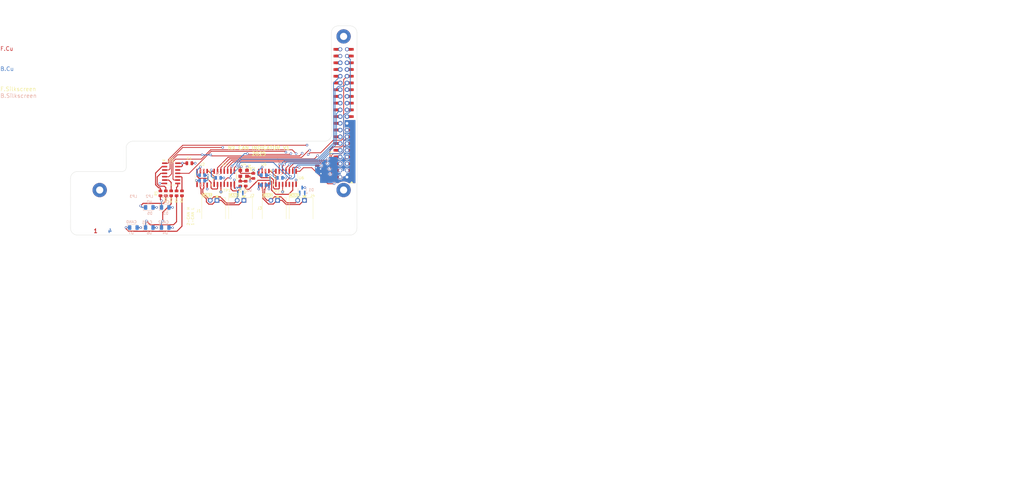
<source format=kicad_pcb>
(kicad_pcb (version 20241229) (generator "pcbnew") (generator_version "9.0")
  (title_block (title "NX-IndicatorBoard V2") (date "2025-04-26") (rev "1"))
  (layers (0 "F.Cu" signal) (4 "In1.Cu" signal) (6 "In2.Cu" signal) (2 "B.Cu" signal) (13 "F.Paste" user) (15 "B.Paste" user) (5 "F.SilkS" user "F.Silkscreen") (7 "B.SilkS" user "B.Silkscreen") (1 "F.Mask" user) (3 "B.Mask" user) (25 "Edge.Cuts" user))
  (net 0 "")
  (net 1 "+3V3")
  (net 2 "GND")
  (net 3 "+5V")
  (net 4 "/I2C1_SDA")
  (net 5 "/I2C1_SCL")
  (net 6 "/GPIO09")
  (net 7 "/UART1_TXD")
  (net 8 "/UART1_RXD")
  (net 9 "/UART1_RTS")
  (net 10 "/I2S0_SCLK")
  (net 11 "/SPI1_SCK")
  (net 12 "/GPIO12")
  (net 13 "/CAN1_L")
  (net 14 "/CAN1_H")
  (net 15 "/SPI0_MOSI")
  (net 16 "/SPI0_MISO")
  (net 17 "/SPI1_MISO")
  (net 18 "/SPI0_SCK")
  (net 19 "/SPI1_CS0")
  (net 20 "/SPI0_CS1")
  (net 21 "/I2C0_SDA")
  (net 22 "/I2C0_SCL")
  (net 23 "/GPIO01")
  (net 24 "/GPIO11")
  (net 25 "/GPIO07")
  (net 26 "/GPIO13")
  (net 27 "/I2S0_FS")
  (net 28 "/UART1_CTS")
  (net 29 "/SPI1_MOSI")
  (net 30 "/I2S0_DIN")
  (net 31 "/I2S0_DOUT")
  (net 32 "/CAN2_L")
  (net 33 "/CAN2_H")
  (net 34 "/SPI0_CS0")
  (net 35 "/SPI1_CS1")
  (net 36 "/SPI-CAN-FD1/CANTX")
  (net 37 "/SPI-CAN-FD1/CANRX")
  (net 38 "/SPI-CAN-FD2/CANRX")
  (net 39 "/SPI-CAN-FD2/CANTX")
  (net 40 "/SPI-CAN-FD1/CLK")
  (net 41 "Net-(D3-K)")
  (net 42 "Net-(D4-K)")
  (net 43 "Net-(D5-K)")
  (net 44 "Net-(D6-K)")
  (net 45 "Net-(D7-K)")
  (net 46 "Net-(R3-Pad1)")
  (net 47 "Net-(R4-Pad1)")
  (net 48 "Net-(R5-Pad1)")
  (net 49 "/SPI-CAN-FD2/CLK")
  (net 50 "Net-(U6-CLKO{slash}SOF)")
  (net 53 "Net-(R1-Pad1)")
  (net 54 "Net-(R2-Pad1)")
  (net 55 "Net-(U4-OUT)")
  (net 56 "Net-(U3-CLKO{slash}SOF)")
  (footprint "Package_SO:SO-14_3.9x8.65mm_P1.27mm" (layer "F.Cu") (at 112.9805 104.394 90)
    (property "Reference" "U3")
    (property "Value" "MCP2518FDT-H/SL")
  )
  (footprint "NX-IndicatorBoard:ECS-5032MV" (layer "F.Cu") (at 120.2944 102.6906 180)
    (property "Reference" "U4")
    (property "Value" "4MHz")
  )
  (footprint "TestPoint:TestPoint_THTPad_D1.0mm_Drill0.5mm" (layer "F.Cu") (at 111.7346 109.7026)
    (property "Reference" "TP1")
    (property "Value" "CLKO")
  )
  (footprint "Package_SO:SO-8_3.9x4.9mm_P1.27mm" (layer "F.Cu") (at 127.9144 104.4194 -90)
    (property "Reference" "U5")
    (property "Value" "MCP2558FD")
  )
  (footprint "Resistor_SMD:R_0805_2012Metric" (layer "F.Cu") (at 92.964 110.236 -90)
    (property "Reference" "R3")
    (property "Value" "499R-1%-0805")
  )
  (footprint "NX-IndicatorBoard:M20-782045" (layer "F.Cu") (at 158 104.13 90)
    (property "Reference" "J5")
    (property "Value" "NX Expansion")
  )
  (footprint "NX-IndicatorBoard:70555-0001" (layer "F.Cu") (at 108.966 112.903 -90)
    (property "Reference" "J1")
    (property "Value" "CAN1")
  )
  (footprint "Package_SO:SO-14_3.9x8.65mm_P1.27mm" (layer "F.Cu") (at 136.271 104.394 90)
    (property "Reference" "U6")
    (property "Value" "MCP2518FDT-H/SL")
  )
  (footprint "Resistor_SMD:R_0805_2012Metric" (layer "F.Cu") (at 97.028 110.236 -90)
    (property "Reference" "R5")
    (property "Value" "499R-1%-0805")
  )
  (footprint "TestPoint:TestPoint_THTPad_D1.0mm_Drill0.5mm" (layer "F.Cu") (at 135.001 109.6772)
    (property "Reference" "TP2")
    (property "Value" "CLKO")
  )
  (footprint "Resistor_SMD:R_0805_2012Metric" (layer "F.Cu") (at 88.9 110.236 -90)
    (property "Reference" "R1")
    (property "Value" "499R-1%-0805")
  )
  (footprint "Capacitor_SMD:C_0805_2012Metric" (layer "F.Cu") (at 123.952 103.6574 90)
    (property "Reference" "C2")
    (property "Value" "0.1uF-10%-50V-0805")
  )
  (footprint "MountingHole:MountingHole_2.7mm_M2.5_Pad" (layer "F.Cu") (at 158 51)
    (property "Reference" "H2" (hide yes))
    (property "Value" "MountingHole" (hide yes))
  )
  (footprint "NX-IndicatorBoard:70555-0001" (layer "F.Cu") (at 141.9606 112.903 -90)
    (property "Reference" "J4")
    (property "Value" "CAN2")
  )
  (footprint "Package_SO:SO-8_3.9x4.9mm_P1.27mm" (layer "F.Cu") (at 104.6226 104.4448 -90)
    (property "Reference" "U2")
    (property "Value" "MCP2558FD")
  )
  (footprint "Resistor_SMD:R_0805_2012Metric" (layer "F.Cu") (at 94.996 110.236 -90)
    (property "Reference" "R4")
    (property "Value" "499R-1%-0805")
  )
  (footprint "Resistor_SMD:R_0805_2012Metric" (layer "F.Cu") (at 119.0244 106.5784 -90)
    (property "Reference" "R6")
    (property "Value" "49.9R-1%-0805")
  )
  (footprint "MountingHole:MountingHole_2.7mm_M2.5_Pad" (layer "F.Cu") (at 66 109)
    (property "Reference" "H1" (hide yes))
    (property "Value" "MountingHole" (hide yes))
  )
  (footprint "MountingHole:MountingHole_2.7mm_M2.5_Pad" (layer "F.Cu") (at 158 109)
    (property "Reference" "H3" (hide yes))
    (property "Value" "MountingHole" (hide yes))
  )
  (footprint "NX-IndicatorBoard:70555-0001" (layer "F.Cu") (at 119.126 112.903 -90)
    (property "Reference" "J2")
    (property "Value" "CAN1")
  )
  (footprint "Resistor_SMD:R_0805_2012Metric" (layer "F.Cu") (at 121.058106 106.57759 -90)
    (property "Reference" "R7")
    (property "Value" "49.9R-1%-0805")
  )
  (footprint "NX-IndicatorBoard:70555-0001" (layer "F.Cu") (at 131.826 112.903 -90)
    (property "Reference" "J3")
    (property "Value" "CAN2")
  )
  (footprint "Resistor_SMD:R_0805_2012Metric" (layer "F.Cu") (at 90.932 110.236 -90)
    (property "Reference" "R2")
    (property "Value" "499R-1%-0805")
  )
  (footprint "Package_SO:SO-14_3.9x8.65mm_P1.27mm" (layer "F.Cu") (at 92.964 102.6935)
    (property "Reference" "U1")
    (property "Value" "SN74LVC04ADR")
  )
  (footprint "Capacitor_SMD:C_0805_2012Metric" (layer "F.Cu") (at 99.822 98.8822)
    (property "Reference" "C1")
    (property "Value" "0.1uF-10%-50V-0805")
  )
  (footprint "Capacitor_SMD:C_0805_2012Metric" (layer "B.Cu") (at 127.9144 107.1372)
    (property "Reference" "C5")
    (property "Value" "0.1uF-10%-50V-0805")
  )
  (footprint "LED_SMD:LED_1206_3216Metric" (layer "B.Cu") (at 84.721 123.18)
    (property "Reference" "D6")
    (property "Value" "CAN1")
  )
  (footprint "NX-IndicatorBoard:Lumex-LPF-C012303S" (layer "B.Cu") (at 84.796 126.00022 180)
    (property "Reference" "LP2")
    (property "Value" "Lumex-2x-Light-Pipe")
  )
  (footprint "Capacitor_SMD:C_0805_2012Metric" (layer "B.Cu") (at 110.6932 104.394)
    (property "Reference" "C6")
    (property "Value" "0.1uF-10%-50V-0805")
  )
  (footprint "Capacitor_SMD:C_0805_2012Metric" (layer "B.Cu") (at 104.6226 105.4354)
    (property "Reference" "C8")
    (property "Value" "0.1uF-10%-50V-0805")
  )
  (footprint "Package_TO_SOT_SMD:SOT-23" (layer "B.Cu") (at 142.3811 109.0168 90)
    (property "Reference" "D1")
    (property "Value" "PESD1CAN")
  )
  (footprint "Capacitor_SMD:C_0805_2012Metric" (layer "B.Cu") (at 133.985 104.394)
    (property "Reference" "C3")
    (property "Value" "0.1uF-10%-50V-0805")
  )
  (footprint "NX-IndicatorBoard:Lumex-LPF-C012303S" (layer "B.Cu") (at 78.796 126.00022 180)
    (property "Reference" "LP3")
    (property "Value" "Lumex-2x-Light-Pipe")
  )
  (footprint "LED_SMD:LED_1206_3216Metric" (layer "B.Cu") (at 84.721 115.56)
    (property "Reference" "D5")
    (property "Value" "HD")
  )
  (footprint "LED_SMD:LED_1206_3216Metric" (layer "B.Cu") (at 90.721 123.18)
    (property "Reference" "D4")
    (property "Value" "CAN2")
  )
  (footprint "LED_SMD:LED_1206_3216Metric" (layer "B.Cu") (at 78.721 123.18)
    (property "Reference" "D7")
    (property "Value" "CAN0")
  )
  (footprint "Capacitor_SMD:C_0805_2012Metric" (layer "B.Cu") (at 127.9144 103.4034)
    (property "Reference" "C4")
    (property "Value" "0.1uF-10%-50V-0805")
  )
  (footprint "Capacitor_SMD:C_0805_2012Metric" (layer "B.Cu") (at 104.6226 103.4034)
    (property "Reference" "C7")
    (property "Value" "0.1uF-10%-50V-0805")
  )
  (footprint "Package_TO_SOT_SMD:SOT-23" (layer "B.Cu") (at 119.0385 109.0168 90)
    (property "Reference" "D2")
    (property "Value" "PESD1CAN")
  )
  (footprint "NX-IndicatorBoard:Lumex-LPF-C012303S" (layer "B.Cu") (at 90.796 126.00022 180)
    (property "Reference" "LP1")
    (property "Value" "Lumex-2x-Light-Pipe")
  )
  (footprint "LED_SMD:LED_1206_3216Metric" (layer "B.Cu") (at 90.721 115.56)
    (property "Reference" "D3")
    (property "Value" "CPU")
  )
  (gr_poly (pts (xy 161.036 105.7656) (xy 161.511 106.3753) (xy 160.5712 106.3753)) (stroke (width 0.15)) (fill yes) (layer "F.SilkS"))
  (gr_poly (pts (xy 122.5296 100.1776) (xy 122.0546 99.5679) (xy 122.9944 99.5679)) (stroke (width 0.15)) (fill yes) (layer "F.SilkS"))
  (gr_line (start 55 123.4) (end 54.9922 104.6064) (stroke (width 0.1)) (layer "Edge.Cuts"))
  (gr_arc (start 160.451972 47.016972) (mid 162.290478 47.778483) (end 163.051972 49.616972) (stroke (width 0.1)) (layer "Edge.Cuts"))
  (gr_line (start 160.435 126) (end 57.6 126) (stroke (width 0.1)) (layer "Edge.Cuts"))
  (gr_arc (start 153.416 88.03) (mid 152.672051 89.826051) (end 150.876 90.57) (stroke (width 0.1)) (layer "Edge.Cuts"))
  (gr_line (start 153.416 49.556972) (end 153.416 88.03) (stroke (width 0.1)) (layer "Edge.Cuts"))
  (gr_line (start 160.451972 47.016972) (end 155.956 47.016972) (stroke (width 0.1)) (layer "Edge.Cuts"))
  (gr_line (start 163.051972 49.616972) (end 163.035 123.4) (stroke (width 0.1)) (layer "Edge.Cuts"))
  (gr_line (start 78.57 90.57) (end 150.876 90.57) (stroke (width 0.1)) (layer "Edge.Cuts"))
  (gr_line (start 57.5922 102.0064) (end 74.4714 102.0078) (stroke (width 0.1)) (layer "Edge.Cuts"))
  (gr_arc (start 75.97 93.17) (mid 76.731522 91.331522) (end 78.57 90.57) (stroke (width 0.1)) (layer "Edge.Cuts"))
  (gr_arc (start 163.035 123.4) (mid 162.273478 125.238478) (end 160.435 126) (stroke (width 0.1)) (layer "Edge.Cuts"))
  (gr_line (start 75.9714 100.5078) (end 75.97 93.17) (stroke (width 0.1)) (layer "Edge.Cuts"))
  (gr_arc (start 54.9922 104.6064) (mid 55.753722 102.767922) (end 57.5922 102.0064) (stroke (width 0.1)) (layer "Edge.Cuts"))
  (gr_arc (start 153.416 49.556972) (mid 154.159959 47.760939) (end 155.956 47.016972) (stroke (width 0.1)) (layer "Edge.Cuts"))
  (gr_arc (start 75.9714 100.5078) (mid 75.53206 101.56846) (end 74.4714 102.0078) (stroke (width 0.1)) (layer "Edge.Cuts"))
  (gr_arc (start 57.6 126) (mid 55.761522 125.238478) (end 55 123.4) (stroke (width 0.1)) (layer "Edge.Cuts"))
  (gr_text "${LAYER}" (at 28.3972 56.515 0) (layer "F.Cu") (effects (font (size 1.5 1.5) (thickness 0.1875)) (justify left bottom)))
  (gr_text "1" (at 64.4652 125.3236 0) (layer "F.Cu") (effects (font (size 1.5 1.5) (thickness 0.3) (bold yes)) (justify bottom)))
  (gr_text "${LAYER}" (at 28.3972 64.135 0) (layer "B.Cu") (effects (font (size 1.5 1.5) (thickness 0.1875)) (justify left bottom)))
  (gr_text "4" (at 69.849999 125.3236 0) (layer "B.Cu") (effects (font (size 1.5 1.5) (thickness 0.3) (bold yes)) (justify bottom mirror)))
  (gr_text "${LAYER}" (at 28.3972 71.755 0) (layer "F.SilkS") (effects (font (size 1.5 1.5) (thickness 0.1875)) (justify left bottom)))
  (gr_text "2-CAN H\n1-CAN L" (at 101.6508 122.428 90) (layer "F.SilkS") (effects (font (size 1 1)) (justify left bottom)))
  (gr_text "NX CAN INDICATOR V1\n2025" (at 126.0094 96.139 0) (layer "F.SilkS") (effects (font (size 1.397 1.397) (thickness 0.2794) (bold yes)) (justify bottom)))
  (gr_text "${LAYER}" (at 28.3972 74.295 0) (layer "B.SilkS") (effects (font (size 1.5 1.5) (thickness 0.1875)) (justify left bottom)))
  (segment (start 95.439 98.8835) (end 97.1537 98.8835) (width 0.381) (layer "F.Cu") (net 1))
  (segment (start 122.5866 103.7906) (end 122.7328 103.9368) (width 0.381) (layer "F.Cu") (net 1))
  (segment (start 122.7074 105.6386) (end 122.7328 105.6132) (width 0.381) (layer "F.Cu") (net 1))
  (segment (start 97.2058 98.8822) (end 97.1804 98.8568) (width 0.381) (layer "F.Cu") (net 1))
  (segment (start 102.7176 107.0198) (end 102.7176 105.664) (width 0.381) (layer "F.Cu") (net 1))
  (segment (start 160.91 104.13) (end 159.27 104.13) (width 1.02) (layer "F.Cu") (net 1))
  (segment (start 98.872 98.8822) (end 97.2058 98.8822) (width 0.381) (layer "F.Cu") (net 1))
  (segment (start 97.1537 98.8835) (end 97.1804 98.8568) (width 0.381) (layer "F.Cu") (net 1))
  (segment (start 97.1804 99.8474) (end 97.1804 98.8568) (width 0.381) (layer "F.Cu") (net 1))
  (segment (start 121.5644 103.7906) (end 122.5866 103.7906) (width 0.381) (layer "F.Cu") (net 1))
  (segment (start 96.8743 100.1535) (end 97.1804 99.8474) (width 0.381) (layer "F.Cu") (net 1))
  (segment (start 122.7328 103.9368) (end 122.7328 104.7446) (width 0.381) (layer "F.Cu") (net 1))
  (segment (start 108.4468 101.919) (end 108.102402 101.574602) (width 0.381) (layer "F.Cu") (net 1))
  (segment (start 108.102402 101.574602) (end 108.102402 101.422202) (width 0.381) (layer "F.Cu") (net 1))
  (segment (start 126.0094 106.9944) (end 126.0094 108.6104) (width 0.381) (layer "F.Cu") (net 1))
  (segment (start 102.7176 105.664) (end 102.4382 105.3846) (width 0.381) (layer "F.Cu") (net 1))
  (segment (start 95.439 100.1535) (end 96.8743 100.1535) (width 0.381) (layer "F.Cu") (net 1))
  (segment (start 121.5644 101.5906) (end 121.5644 100.2792) (width 0.381) (layer "F.Cu") (net 1))
  (segment (start 132.461 101.919) (end 131.8402 101.919) (width 0.3048) (layer "F.Cu") (net 1))
  (segment (start 122.87 104.6074) (end 123.952 104.6074) (width 0.381) (layer "F.Cu") (net 1))
  (segment (start 122.7328 105.6132) (end 122.7328 104.7446) (width 0.381) (layer "F.Cu") (net 1))
  (segment (start 131.8402 101.919) (end 131.4069 101.4857) (width 0.3048) (layer "F.Cu") (net 1))
  (segment (start 121.5644 100.2792) (end 121.5898 100.2538) (width 0.381) (layer "F.Cu") (net 1))
  (segment (start 109.1705 101.919) (end 108.4468 101.919) (width 0.381) (layer "F.Cu") (net 1))
  (segment (start 122.7328 104.7446) (end 122.87 104.6074) (width 0.381) (layer "F.Cu") (net 1))
  (segment (start 160.91 83.81) (end 159.27 83.81) (width 1.02) (layer "F.Cu") (net 1))
  (via (at 87.4776 115.57) (size 0.889) (drill 0.508) (layers "F.Cu" "B.Cu") (net 1))
  (via (at 81.4832 123.19) (size 0.889) (drill 0.508) (layers "F.Cu" "B.Cu") (net 1))
  (via (at 97.1804 98.8568) (size 0.889) (drill 0.508) (layers "F.Cu" "B.Cu") (net 1))
  (via (at 102.4382 105.3846) (size 0.889) (drill 0.508) (layers "F.Cu" "B.Cu") (net 1))
  (via (at 121.5898 100.2538) (size 0.889) (drill 0.508) (layers "F.Cu" "B.Cu") (net 1))
  (via (at 131.4069 101.4857) (size 0.889) (drill 0.508) (layers "F.Cu" "B.Cu") (net 1))
  (via (at 149.4536 102.7938) (size 0.889) (drill 0.508) (layers "F.Cu" "B.Cu") (net 1))
  (via (at 87.4522 123.19) (size 0.889) (drill 0.508) (layers "F.Cu" "B.Cu") (net 1))
  (via (at 93.472 123.2154) (size 0.889) (drill 0.508) (layers "F.Cu" "B.Cu") (net 1))
  (via (at 126.0094 108.6104) (size 0.889) (drill 0.508) (layers "F.Cu" "B.Cu") (net 1))
  (via (at 149.3012 101.0412) (size 0.889) (drill 0.508) (layers "F.Cu" "B.Cu") (net 1))
  (via (at 122.7074 105.6386) (size 0.889) (drill 0.508) (layers "F.Cu" "B.Cu") (net 1))
  (via (at 147.633249 100.555421) (size 0.889) (drill 0.508) (layers "F.Cu" "B.Cu") (net 1))
  (via (at 93.472 115.57) (size 0.889) (drill 0.508) (layers "F.Cu" "B.Cu") (net 1))
  (via (at 108.102402 101.422202) (size 0.889) (drill 0.508) (layers "F.Cu" "B.Cu") (net 1))
  (segment (start 86.121 115.56) (end 87.4676 115.56) (width 0.381) (layer "B.Cu") (net 1))
  (segment (start 125.8824 107.3658) (end 125.8824 108.4834) (width 0.381) (layer "B.Cu") (net 1))
  (segment (start 108.102402 103.809802) (end 108.102402 101.422202) (width 0.381) (layer "B.Cu") (net 1))
  (segment (start 108.6866 104.394) (end 108.102402 103.809802) (width 0.381) (layer "B.Cu") (net 1))
  (segment (start 92.121 123.18) (end 93.4366 123.18) (width 0.381) (layer "B.Cu") (net 1))
  (segment (start 93.4366 123.18) (end 93.472 123.2154) (width 0.381) (layer "B.Cu") (net 1))
  (segment (start 126.9644 107.1372) (end 126.111 107.1372) (width 0.381) (layer "B.Cu") (net 1))
  (segment (start 126.111 107.1372) (end 125.8824 107.3658) (width 0.381) (layer "B.Cu") (net 1))
  (segment (start 132.08 104.394) (end 131.4069 103.7209) (width 0.3048) (layer "B.Cu") (net 1))
  (segment (start 109.7432 104.394) (end 108.6866 104.394) (width 0.381) (layer "B.Cu") (net 1))
  (segment (start 80.121 123.18) (end 81.4732 123.18) (width 0.381) (layer "B.Cu") (net 1))
  (segment (start 103.6726 105.4354) (end 102.489 105.4354) (width 0.381) (layer "B.Cu") (net 1))
  (segment (start 102.489 105.4354) (end 102.4382 105.3846) (width 0.381) (layer "B.Cu") (net 1))
  (segment (start 86.121 123.18) (end 87.4422 123.18) (width 0.381) (layer "B.Cu") (net 1))
  (segment (start 131.4069 103.7209) (end 131.4069 101.4857) (width 0.3048) (layer "B.Cu") (net 1))
  (segment (start 125.8824 108.4834) (end 126.0094 108.6104) (width 0.381) (layer "B.Cu") (net 1))
  (segment (start 81.4732 123.18) (end 81.4832 123.19) (width 0.381) (layer "B.Cu") (net 1))
  (segment (start 87.4422 123.18) (end 87.4522 123.19) (width 0.381) (layer "B.Cu") (net 1))
  (segment (start 93.462 115.56) (end 93.472 115.57) (width 0.381) (layer "B.Cu") (net 1))
  (segment (start 87.4676 115.56) (end 87.4776 115.57) (width 0.381) (layer "B.Cu") (net 1))
  (segment (start 92.121 115.56) (end 93.462 115.56) (width 0.381) (layer "B.Cu") (net 1))
  (segment (start 133.035 104.394) (end 132.08 104.394) (width 0.3048) (layer "B.Cu") (net 1))
  (segment (start 116.7905 106.869) (end 116.7905 105.1827) (width 0.381) (layer "F.Cu") (net 2))
  (segment (start 116.7905 105.1827) (end 116.7892 105.1814) (width 0.381) (layer "F.Cu") (net 2))
  (segment (start 160.91 73.65) (end 159.27 73.65) (width 1.02) (layer "F.Cu") (net 2))
  (segment (start 160.91 55.87) (end 159.27 55.87) (width 1.02) (layer "F.Cu") (net 2))
  (segment (start 123.952 102.7074) (end 123.952 101.5238) (width 0.381) (layer "F.Cu") (net 2))
  (segment (start 119.2682 102.7074) (end 119.0244 102.4636) (width 0.381) (layer "F.Cu") (net 2))
  (segment (start 130.2766 103.4796) (end 129.0066 103.4796) (width 0.381) (layer "F.Cu") (net 2))
  (segment (start 106.5276 108.585) (end 106.553 108.6104) (width 0.381) (layer "F.Cu") (net 2))
  (segment (start 119.0244 100.572482) (end 119.449072 100.14781) (width 0.381) (layer "F.Cu") (net 2))
  (segment (start 155.09 81.27) (end 156.73 81.27) (width 1.02) (layer "F.Cu") (net 2))
  (segment (start 155.09 88.89) (end 156.73 88.89) (width 1.02) (layer "F.Cu") (net 2))
  (segment (start 105.2576 101.8698) (end 105.2576 103.124) (width 0.381) (layer "F.Cu") (net 2))
  (segment (start 155.09 68.57) (end 156.73 68.57) (width 1.02) (layer "F.Cu") (net 2))
  (segment (start 116.7905 108.1799) (end 116.9162 108.3056) (width 0.381) (layer "F.Cu") (net 2))
  (segment (start 116.7905 106.869) (end 116.7905 108.1799) (width 0.381) (layer "F.Cu") (net 2))
  (segment (start 119.0244 101.5906) (end 119.0244 100.572482) (width 0.381) (layer "F.Cu") (net 2))
  (segment (start 116.9162 108.3056) (end 117.5512 108.3056) (width 0.381) (layer "F.Cu") (net 2))
  (segment (start 106.5276 107.0198) (end 106.5276 108.585) (width 0.381) (layer "F.Cu") (net 2))
  (segment (start 88.7235 106.5035) (end 88.7222 106.5022) (width 0.381) (layer "F.Cu") (net 2))
  (segment (start 140.081 106.869) (end 140.081 105.2068) (width 0.3048) (layer "F.Cu") (net 2))
  (segment (start 105.2576 103.124) (end 105.664 103.5304) (width 0.381) (layer "F.Cu") (net 2))
  (segment (start 129.8194 108.5596) (end 129.8448 108.585) (width 0.381) (layer "F.Cu") (net 2))
  (segment (start 155.09 63.49) (end 156.73 63.49) (width 1.02) (layer "F.Cu") (net 2))
  (segment (start 155.09 99.05) (end 156.73 99.05) (width 1.02) (layer "F.Cu") (net 2))
  (segment (start 160.91 93.97) (end 159.27 93.97) (width 1.02) (layer "F.Cu") (net 2))
  (segment (start 119.0244 102.4636) (end 119.0244 101.5906) (width 0.381) (layer "F.Cu") (net 2))
  (segment (start 128.5494 103.0224) (end 128.5494 101.8444) (width 0.381) (layer "F.Cu") (net 2))
  (segment (start 140.081 105.2068) (end 140.0556 105.1814) (width 0.3048) (layer "F.Cu") (net 2))
  (segment (start 105.664 103.5304) (end 106.807 103.5304) (width 0.381) (layer "F.Cu") (net 2))
  (segment (start 100.772 98.8822) (end 102.0064 98.8822) (width 0.381) (layer "F.Cu") (net 2))
  (segment (start 129.0066 103.4796) (end 128.5494 103.0224) (width 0.381) (layer "F.Cu") (net 2))
  (segment (start 90.489 106.5035) (end 88.7235 106.5035) (width 0.381) (layer "F.Cu") (net 2))
  (segment (start 123.952 102.7074) (end 119.2682 102.7074) (width 0.381) (layer "F.Cu") (net 2))
  (segment (start 129.8194 106.9944) (end 129.8194 108.5596) (width 0.381) (layer "F.Cu") (net 2))
  (via (at 112.8522 104.4194) (size 0.889) (drill 0.508) (layers "F.Cu" "B.Cu") (net 2))
  (via (at 140.0556 105.1814) (size 0.889) (drill 0.508) (layers "F.Cu" "B.Cu") (net 2))
  (via (at 106.553 108.6104) (size 0.889) (drill 0.508) (layers "F.Cu" "B.Cu") (net 2))
  (via (at 88.7222 106.5022) (size 0.889) (drill 0.508) (layers "F.Cu" "B.Cu") (net 2))
  (via (at 102.0064 98.8822) (size 0.889) (drill 0.508) (layers "F.Cu" "B.Cu") (net 2))
  (via (at 129.8448 108.585) (size 0.889) (drill 0.508) (layers "F.Cu" "B.Cu") (net 2))
  (via (at 119.449072 100.14781) (size 0.889) (drill 0.508) (layers "F.Cu" "B.Cu") (net 2))
  (via (at 106.807 103.5304) (size 0.889) (drill 0.508) (layers "F.Cu" "B.Cu") (net 2))
  (via (at 130.2766 103.4796) (size 0.889) (drill 0.508) (layers "F.Cu" "B.Cu") (net 2))
  (via (at 116.7892 105.1814) (size 0.889) (drill 0.508) (layers "F.Cu" "B.Cu") (net 2))
  (via (at 117.5512 108.3056) (size 0.889) (drill 0.508) (layers "F.Cu" "B.Cu") (net 2))
  (via (at 123.952 101.5238) (size 0.889) (drill 0.508) (layers "F.Cu" "B.Cu") (net 2))
  (via (at 136.12171 104.414192) (size 0.889) (drill 0.508) (layers "F.Cu" "B.Cu") (net 2))
  (via (at 143.4084 108.1024) (size 0.889) (drill 0.508) (layers "F.Cu" "B.Cu") (net 2))
  (segment (start 106.68 103.4034) (end 106.807 103.5304) (width 0.381) (layer "B.Cu") (net 2))
  (segment (start 105.5726 105.4354) (end 106.3752 105.4354) (width 0.381) (layer "B.Cu") (net 2))
  (segment (start 142.3811 108.0793) (end 143.3853 108.0793) (width 0.381) (layer "B.Cu") (net 2))
  (segment (start 128.8644 107.1372) (end 129.6924 107.1372) (width 0.381) (layer "B.Cu") (net 2))
  (segment (start 106.807 105.0036) (end 106.807 103.5304) (width 0.381) (layer "B.Cu") (net 2))
  (segment (start 136.101518 104.394) (end 136.12171 104.414192) (width 0.3048) (layer "B.Cu") (net 2))
  (segment (start 129.8321 107.2769) (end 129.921 107.3658) (width 0.381) (layer "B.Cu") (net 2))
  (segment (start 112.8268 104.394) (end 112.8522 104.4194) (width 0.381) (layer "B.Cu") (net 2))
  (segment (start 119.0385 108.0793) (end 117.7775 108.0793) (width 0.381) (layer "B.Cu") (net 2))
  (segment (start 130.2766 106.8324) (end 129.8321 107.2769) (width 0.381) (layer "B.Cu") (net 2))
  (segment (start 134.935 104.394) (end 136.101518 104.394) (width 0.3048) (layer "B.Cu") (net 2))
  (segment (start 106.3752 105.4354) (end 106.807 105.0036) (width 0.381) (layer "B.Cu") (net 2))
  (segment (start 129.6924 107.1372) (end 129.8321 107.2769) (width 0.381) (layer "B.Cu") (net 2))
  (segment (start 128.8644 103.4034) (end 130.2004 103.4034) (width 0.381) (layer "B.Cu") (net 2))
  (segment (start 111.6432 104.394) (end 112.8268 104.394) (width 0.381) (layer "B.Cu") (net 2))
  (segment (start 105.5726 103.4034) (end 106.68 103.4034) (width 0.381) (layer "B.Cu") (net 2))
  (segment (start 129.921 107.3658) (end 129.921 108.5088) (width 0.381) (layer "B.Cu") (net 2))
  (segment (start 130.2004 103.4034) (end 130.2766 103.4796) (width 0.381) (layer "B.Cu") (net 2))
  (segment (start 117.7775 108.0793) (end 117.5512 108.3056) (width 0.381) (layer "B.Cu") (net 2))
  (segment (start 143.3853 108.0793) (end 143.4084 108.1024) (width 0.381) (layer "B.Cu") (net 2))
  (segment (start 129.921 108.5088) (end 129.8448 108.585) (width 0.381) (layer "B.Cu") (net 2))
  (segment (start 130.2766 103.4796) (end 130.2766 106.8324) (width 0.381) (layer "B.Cu") (net 2))
  (segment (start 127.2794 100.33) (end 127.254 100.3046) (width 0.3048) (layer "F.Cu") (net 3))
  (segment (start 155.09 101.59) (end 156.73 101.59) (width 1.02) (layer "F.Cu") (net 3))
  (segment (start 103.9876 100.2538) (end 103.9876 101.8698) (width 0.381) (layer "F.Cu") (net 3))
  (segment (start 155.09 104.13) (end 156.73 104.13) (width 1.02) (layer "F.Cu") (net 3))
  (segment (start 127.2794 101.8444) (end 127.2794 100.33) (width 0.3048) (layer "F.Cu") (net 3))
  (via (at 103.9876 100.2538) (size 0.889) (drill 0.508) (layers "F.Cu" "B.Cu") (net 3))
  (via (at 127.254 100.3046) (size 0.889) (drill 0.508) (layers "F.Cu" "B.Cu") (net 3))
  (segment (start 102.8192 103.4034) (end 102.616 103.2002) (width 0.381) (layer "B.Cu") (net 3))
  (segment (start 102.616 101.6254) (end 103.9876 100.2538) (width 0.381) (layer "B.Cu") (net 3))
  (segment (start 125.8062 103.4034) (end 125.5014 103.0986) (width 0.381) (layer "B.Cu") (net 3))
  (segment (start 103.6726 103.4034) (end 102.8192 103.4034) (width 0.381) (layer "B.Cu") (net 3))
  (segment (start 102.616 103.2002) (end 102.616 101.6254) (width 0.381) (layer "B.Cu") (net 3))
  (segment (start 127.254 100.33) (end 127.254 100.3046) (width 0.381) (layer "B.Cu") (net 3))
  (segment (start 126.9644 103.4034) (end 125.8062 103.4034) (width 0.381) (layer "B.Cu") (net 3))
  (segment (start 125.5014 102.0826) (end 127.254 100.33) (width 0.381) (layer "B.Cu") (net 3))
  (segment (start 125.5014 103.0986) (end 125.5014 102.0826) (width 0.381) (layer "B.Cu") (net 3))
  (segment (start 160.91 101.59) (end 159.27 101.59) (width 1.02) (layer "F.Cu") (net 4))
  (segment (start 160.91 99.05) (end 159.27 99.05) (width 1.02) (layer "F.Cu") (net 5))
  (segment (start 157.982336 97.797664) (end 157.982336 99.827664) (width 0.3048) (layer "F.Cu") (net 6))
  (segment (start 157.982336 99.827664) (end 157.5054 100.3046) (width 0.3048) (layer "F.Cu") (net 6))
  (segment (start 160.91 96.51) (end 159.27 96.51) (width 1.02) (layer "F.Cu") (net 6))
  (segment (start 153.4922 102.4128) (end 152.9588 102.9462) (width 0.3048) (layer "F.Cu") (net 6))
  (segment (start 112.9805 106.869) (end 112.9805 105.5865) (width 0.3048) (layer "F.Cu") (net 6))
  (segment (start 154.200516 100.3046) (end 153.4922 101.012916) (width 0.3048) (layer "F.Cu") (net 6))
  (segment (start 157.5054 100.3046) (end 154.200516 100.3046) (width 0.3048) (layer "F.Cu") (net 6))
  (segment (start 153.4922 101.012916) (end 153.4922 102.4128) (width 0.3048) (layer "F.Cu") (net 6))
  (segment (start 114.1476 104.4194) (end 115.2906 104.4194) (width 0.3048) (layer "F.Cu") (net 6))
  (segment (start 112.9805 105.5865) (end 114.1476 104.4194) (width 0.3048) (layer "F.Cu") (net 6))
  (segment (start 159.27 96.51) (end 157.982336 97.797664) (width 0.3048) (layer "F.Cu") (net 6))
  (via (at 149.5044 99.822) (size 0.889) (drill 0.508) (layers "F.Cu" "B.Cu") (net 6))
  (via (at 115.2906 104.4194) (size 0.889) (drill 0.508) (layers "F.Cu" "B.Cu") (net 6))
  (via (at 152.9588 102.9462) (size 0.889) (drill 0.508) (layers "F.Cu" "B.Cu") (net 6))
  (segment (start 118.5799 100.373322) (end 118.5799 100.3935) (width 0.3048) (layer "B.Cu") (net 6))
  (segment (start 149.2758 99.5934) (end 140.6906 99.5934) (width 0.3048) (layer "B.Cu") (net 6))
  (segment (start 149.5044 99.822) (end 149.2758 99.5934) (width 0.3048) (layer "B.Cu") (net 6))
  (segment (start 119.2276 98.552) (end 118.5799 99.1997) (width 0.3048) (layer "B.Cu") (net 6))
  (segment (start 115.2906 103.6828) (end 115.2906 104.4194) (width 0.3048) (layer "B.Cu") (net 6))
  (segment (start 118.602236 99.648614) (end 118.602236 100.350986) (width 0.3048) (layer "B.Cu") (net 6))
  (segment (start 118.5799 99.626278) (end 118.602236 99.648614) (width 0.3048) (layer "B.Cu") (net 6))
  (segment (start 138.751564 104.783636) (end 137.698229 104.783636) (width 0.3048) (layer "B.Cu") (net 6))
  (segment (start 118.5799 100.3935) (end 115.2906 103.6828) (width 0.3048) (layer "B.Cu") (net 6))
  (segment (start 139.4968 104.0384) (end 138.751564 104.783636) (width 0.3048) (layer "B.Cu") (net 6))
  (segment (start 140.6906 99.5934) (end 139.4968 100.7872) (width 0.3048) (layer "B.Cu") (net 6))
  (segment (start 118.5799 99.1997) (end 118.5799 99.626278) (width 0.3048) (layer "B.Cu") (net 6))
  (segment (start 137.698229 104.783636) (end 131.466593 98.552) (width 0.3048) (layer "B.Cu") (net 6))
  (segment (start 131.466593 98.552) (end 119.2276 98.552) (width 0.3048) (layer "B.Cu") (net 6))
  (segment (start 118.602236 100.350986) (end 118.5799 100.373322) (width 0.3048) (layer "B.Cu") (net 6))
  (segment (start 139.4968 100.7872) (end 139.4968 104.0384) (width 0.3048) (layer "B.Cu") (net 6))
  (segment (start 95.439 102.6935) (end 99.738732 102.6935) (width 0.3048) (layer "F.Cu") (net 7))
  (segment (start 99.738732 102.6935) (end 108.045832 94.3864) (width 0.3048) (layer "F.Cu") (net 7))
  (segment (start 135.914892 94.3864) (end 136.2456 94.717108) (width 0.3048) (layer "F.Cu") (net 7))
  (segment (start 155.09 96.51) (end 156.73 96.51) (width 1.02) (layer "F.Cu") (net 7))
  (segment (start 108.045832 94.3864) (end 135.914892 94.3864) (width 0.3048) (layer "F.Cu") (net 7))
  (via (at 136.2456 94.717108) (size 0.889) (drill 0.508) (layers "F.Cu" "B.Cu") (net 7))
  (segment (start 155.09 93.97) (end 156.73 93.97) (width 1.02) (layer "F.Cu") (net 8))
  (segment (start 94.0067 105.2335) (end 95.439 105.2335) (width 0.3048) (layer "F.Cu") (net 8))
  (segment (start 104.314916 97.3328) (end 94.5896 97.3328) (width 0.3048) (layer "F.Cu") (net 8))
  (segment (start 93.646736 104.873536) (end 94.0067 105.2335) (width 0.3048) (layer "F.Cu") (net 8))
  (segment (start 93.646736 98.275664) (end 93.646736 104.873536) (width 0.3048) (layer "F.Cu") (net 8))
  (segment (start 140.079414 95.271844) (end 138.58437 93.7768) (width 0.3048) (layer "F.Cu") (net 8))
  (segment (start 138.58437 93.7768) (end 107.870916 93.7768) (width 0.3048) (layer "F.Cu") (net 8))
  (segment (start 107.870916 93.7768) (end 104.314916 97.3328) (width 0.3048) (layer "F.Cu") (net 8))
  (segment (start 94.5896 97.3328) (end 93.646736 98.275664) (width 0.3048) (layer "F.Cu") (net 8))
  (via (at 140.079414 95.271844) (size 0.889) (drill 0.508) (layers "F.Cu" "B.Cu") (net 8))
  (segment (start 92.5322 100.9904) (end 92.0991 101.4235) (width 0.3048) (layer "F.Cu") (net 9))
  (segment (start 92.0991 101.4235) (end 90.489 101.4235) (width 0.3048) (layer "F.Cu") (net 9))
  (segment (start 157.248735 95.257664) (end 154.137664 95.257664) (width 0.3048) (layer "F.Cu") (net 9))
  (segment (start 160.91 91.43) (end 159.27 91.43) (width 1.02) (layer "F.Cu") (net 9))
  (segment (start 112.395 92.928964) (end 112.394 92.929964) (width 0.3048) (layer "F.Cu") (net 9))
  (segment (start 92.5322 97.7138) (end 92.5322 100.9904) (width 0.3048) (layer "F.Cu") (net 9))
  (segment (start 154.137664 95.257664) (end 153.4668 95.928528) (width 0.3048) (layer "F.Cu") (net 9))
  (segment (start 159.27 91.555) (end 157.982336 92.842664) (width 0.3048) (layer "F.Cu") (net 9))
  (segment (start 159.27 91.43) (end 159.27 91.555) (width 0.3048) (layer "F.Cu") (net 9))
  (segment (start 112.394 92.929964) (end 97.316036 92.929964) (width 0.3048) (layer "F.Cu") (net 9))
  (segment (start 153.4668 100.1776) (end 152.6286 101.0158) (width 0.3048) (layer "F.Cu") (net 9))
  (segment (start 157.982336 94.524063) (end 157.248735 95.257664) (width 0.3048) (layer "F.Cu") (net 9))
  (segment (start 157.982336 92.842664) (end 157.982336 94.524063) (width 0.3048) (layer "F.Cu") (net 9))
  (segment (start 97.316036 92.929964) (end 92.5322 97.7138) (width 0.3048) (layer "F.Cu") (net 9))
  (segment (start 153.4668 95.928528) (end 153.4668 100.1776) (width 0.3048) (layer "F.Cu") (net 9))
  (via (at 152.6286 101.0158) (size 0.889) (drill 0.508) (layers "F.Cu" "B.Cu") (net 9))
  (via (at 112.395 92.928964) (size 0.889) (drill 0.508) (layers "F.Cu" "B.Cu") (net 9))
  (segment (start 141.345918 96.11868) (end 108.31068 96.11868) (width 0.3048) (layer "F.Cu") (net 10))
  (segment (start 104.648 95.6818) (end 95.35013 95.6818) (width 0.3048) (layer "F.Cu") (net 10))
  (segment (start 93.091 97.94093) (end 93.091 102.9462) (width 0.3048) (layer "F.Cu") (net 10))
  (segment (start 92.0737 103.9635) (end 90.489 103.9635) (width 0.3048) (layer "F.Cu") (net 10))
  (segment (start 155.09 91.43) (end 156.73 91.43) (width 1.02) (layer "F.Cu") (net 10))
  (segment (start 95.35013 95.6818) (end 93.091 97.94093) (width 0.3048) (layer "F.Cu") (net 10))
  (segment (start 108.31068 96.11868) (end 107.924601 95.732601) (width 0.3048) (layer "F.Cu") (net 10))
  (segment (start 142.354299 95.110299) (end 141.345918 96.11868) (width 0.3048) (layer "F.Cu") (net 10))
  (segment (start 93.091 102.9462) (end 92.0737 103.9635) (width 0.3048) (layer "F.Cu") (net 10))
  (via (at 107.924601 95.732601) (size 0.889) (drill 0.508) (layers "F.Cu" "B.Cu") (net 10))
  (via (at 142.354299 95.110299) (size 0.889) (drill 0.508) (layers "F.Cu" "B.Cu") (net 10))
  (via (at 104.648 95.6818) (size 0.889) (drill 0.508) (layers "F.Cu" "B.Cu") (net 10))
  (segment (start 107.924601 95.732601) (end 104.698802 95.732601) (width 0.3048) (layer "B.Cu") (net 10))
  (segment (start 104.698802 95.732601) (end 104.648 95.6818) (width 0.3048) (layer "B.Cu") (net 10))
  (segment (start 157.99 91.941071) (end 157.99 90.4728) (width 0.3048) (layer "F.Cu") (net 11))
  (segment (start 159.27 89.1928) (end 159.27 88.89) (width 0.3048) (layer "F.Cu") (net 11))
  (segment (start 137.541 101.919) (end 137.541 100.6094) (width 0.3048) (layer "F.Cu") (net 11))
  (segment (start 157.99 90.4728) (end 159.27 89.1928) (width 0.3048) (layer "F.Cu") (net 11))
  (segment (start 160.91 88.89) (end 159.27 88.89) (width 1.02) (layer "F.Cu") (net 11))
  (segment (start 157.213407 92.717664) (end 157.99 91.941071) (width 0.3048) (layer "F.Cu") (net 11))
  (segment (start 153.890936 92.717664) (end 157.213407 92.717664) (width 0.3048) (layer "F.Cu") (net 11))
  (segment (start 152.4762 99.8728) (end 152.8826 99.4664) (width 0.3048) (layer "F.Cu") (net 11))
  (segment (start 139.192 98.9584) (end 150.262593 98.9584) (width 0.3048) (layer "F.Cu") (net 11))
  (segment (start 152.8826 99.4664) (end 152.8826 93.726) (width 0.3048) (layer "F.Cu") (net 11))
  (segment (start 152.8826 93.726) (end 153.890936 92.717664) (width 0.3048) (layer "F.Cu") (net 11))
  (segment (start 151.176993 99.8728) (end 152.4762 99.8728) (width 0.3048) (layer "F.Cu") (net 11))
  (segment (start 150.262593 98.9584) (end 151.176993 99.8728) (width 0.3048) (layer "F.Cu") (net 11))
  (segment (start 137.541 100.6094) (end 139.192 98.9584) (width 0.3048) (layer "F.Cu") (net 11))
  (segment (start 115.5205 100.3541) (end 115.9002 99.9744) (width 0.3048) (layer "F.Cu") (net 12))
  (segment (start 160.91 86.35) (end 159.27 86.35) (width 1.02) (layer "F.Cu") (net 12))
  (segment (start 137.811256 95.563944) (end 138.1252 95.25) (width 0.3048) (layer "F.Cu") (net 12))
  (segment (start 115.5205 101.919) (end 115.5205 100.3541) (width 0.3048) (layer "F.Cu") (net 12))
  (segment (start 122.005344 95.563944) (end 137.811256 95.563944) (width 0.3048) (layer "F.Cu") (net 12))
  (segment (start 121.6914 95.25) (end 122.005344 95.563944) (width 0.3048) (layer "F.Cu") (net 12))
  (via (at 121.6914 95.25) (size 0.889) (drill 0.508) (layers "F.Cu" "B.Cu") (net 12))
  (via (at 115.9002 99.9744) (size 0.889) (drill 0.508) (layers "F.Cu" "B.Cu") (net 12))
  (via (at 138.1252 95.25) (size 0.889) (drill 0.508) (layers "F.Cu" "B.Cu") (net 12))
  (segment (start 121.6914 95.25) (end 120.6246 95.25) (width 0.3048) (layer "B.Cu") (net 12))
  (segment (start 120.6246 95.25) (end 115.9002 99.9744) (width 0.3048) (layer "B.Cu") (net 12))
  (segment (start 104.244665 110.345357) (end 106.2482 112.348892) (width 0.381) (layer "F.Cu") (net 13))
  (segment (start 103.9876 107.0198) (end 103.9876 108.2802) (width 0.381) (layer "F.Cu") (net 13))
  (segment (start 118.491 114.554) (end 120.142 112.903) (width 0.381) (layer "F.Cu") (net 13))
  (segment (start 106.2482 113.4618) (end 107.1118 114.3254) (width 0.381) (layer "F.Cu") (net 13))
  (segment (start 106.2482 112.348892) (end 106.2482 113.4618) (width 0.381) (layer "F.Cu") (net 13))
  (segment (start 104.244664 108.537264) (end 104.244665 110.345357) (width 0.381) (layer "F.Cu") (net 13))
  (segment (start 109.982 112.903) (end 110.236 112.903) (width 0.381) (layer "F.Cu") (net 13))
  (segment (start 103.9876 108.2802) (end 104.244664 108.537264) (width 0.381) (layer "F.Cu") (net 13))
  (segment (start 120.142 112.903) (end 120.396 112.903) (width 0.381) (layer "F.Cu") (net 13))
  (segment (start 110.236 112.903) (end 111.907708 112.903) (width 0.381) (layer "F.Cu") (net 13))
  (segment (start 111.907708 112.903) (end 113.558708 114.554) (width 0.381) (layer "F.Cu") (net 13))
  (segment (start 107.1118 114.3254) (end 108.5596 114.3254) (width 0.381) (layer "F.Cu") (net 13))
  (segment (start 113.558708 114.554) (end 118.491 114.554) (width 0.381) (layer "F.Cu") (net 13))
  (segment (start 108.5596 114.3254) (end 109.982 112.903) (width 0.381) (layer "F.Cu") (net 13))
  (segment (start 120.396 111.5822) (end 120.396 112.903) (width 0.381) (layer "B.Cu") (net 13))
  (segment (start 119.9885 109.9543) (end 119.9885 111.1747) (width 0.381) (layer "B.Cu") (net 13))
  (segment (start 119.9885 111.1747) (end 120.396 111.5822) (width 0.381) (layer "B.Cu") (net 13))
  (segment (start 104.8766 110.0836) (end 107.696 112.903) (width 0.381) (layer "F.Cu") (net 14))
  (segment (start 104.8766 108.6866) (end 104.8766 110.0836) (width 0.381) (layer "F.Cu") (net 14))
  (segment (start 111.470964 111.572564) (end 109.026436 111.572564) (width 0.381) (layer "F.Cu") (net 14))
  (segment (start 109.026436 111.572564) (end 107.696 112.903) (width 0.381) (layer "F.Cu") (net 14))
  (segment (start 116.836936 113.922064) (end 113.820464 113.922064) (width 0.381) (layer "F.Cu") (net 14))
  (segment (start 105.2576 107.0198) (end 105.2576 108.3056) (width 0.381) (layer "F.Cu") (net 14))
  (segment (start 113.820464 113.922064) (end 111.470964 111.572564) (width 0.381) (layer "F.Cu") (net 14))
  (segment (start 105.2576 108.3056) (end 104.8766 108.6866) (width 0.381) (layer "F.Cu") (net 14))
  (segment (start 117.856 112.903) (end 116.836936 113.922064) (width 0.381) (layer "F.Cu") (net 14))
  (segment (start 117.856 111.5568) (end 117.856 112.903) (width 0.381) (layer "B.Cu") (net 14))
  (segment (start 118.0885 111.3243) (end 117.856 111.5568) (width 0.381) (layer "B.Cu") (net 14))
  (segment (start 118.0885 109.9543) (end 118.0885 111.3243) (width 0.381) (layer "B.Cu") (net 14))
  (segment (start 133.351473 97.78264) (end 151.36596 97.78264) (width 0.3048) (layer "F.Cu") (net 15))
  (segment (start 160.91 81.27) (end 159.27 81.27) (width 1.02) (layer "F.Cu") (net 15))
  (segment (start 151.36596 97.78264) (end 151.9174 97.2312) (width 0.3048) (layer "F.Cu") (net 15))
  (segment (start 115.703403 97.783597) (end 133.350516 97.783597) (width 0.3048) (layer "F.Cu") (net 15))
  (segment (start 112.9805 100.5065) (end 115.703403 97.783597) (width 0.3048) (layer "F.Cu") (net 15))
  (segment (start 133.350516 97.783597) (end 133.351473 97.78264) (width 0.3048) (layer "F.Cu") (net 15))
  (segment (start 112.9805 101.919) (end 112.9805 100.5065) (width 0.3048) (layer "F.Cu") (net 15))
  (via (at 151.9174 97.2312) (size 0.889) (drill 0.508) (layers "F.Cu" "B.Cu") (net 15))
  (segment (start 160.91 78.73) (end 159.27 78.73) (width 1.02) (layer "F.Cu") (net 16))
  (segment (start 133.121693 97.227904) (end 146.97023 97.227904) (width 0.3048) (layer "F.Cu") (net 16))
  (segment (start 133.120736 97.228861) (end 133.121693 97.227904) (width 0.3048) (layer "F.Cu") (net 16))
  (segment (start 111.7105 101.919) (end 111.7105 100.4811) (width 0.3048) (layer "F.Cu") (net 16))
  (segment (start 114.962739 97.228861) (end 133.120736 97.228861) (width 0.3048) (layer "F.Cu") (net 16))
  (segment (start 111.7105 100.4811) (end 114.962739 97.228861) (width 0.3048) (layer "F.Cu") (net 16))
  (segment (start 146.97023 97.227904) (end 148.197566 96.000568) (width 0.3048) (layer "F.Cu") (net 16))
  (via (at 148.197566 96.000568) (size 0.889) (drill 0.508) (layers "F.Cu" "B.Cu") (net 16))
  (segment (start 135.001 99.975324) (end 135.736323 99.240001) (width 0.3048) (layer "F.Cu") (net 17))
  (segment (start 135.001 101.919) (end 135.001 99.975324) (width 0.3048) (layer "F.Cu") (net 17))
  (segment (start 155.09 78.73) (end 156.73 78.73) (width 1.02) (layer "F.Cu") (net 17))
  (via (at 135.736323 99.240001) (size 0.889) (drill 0.508) (layers "F.Cu" "B.Cu") (net 17))
  (segment (start 155.321 80.139) (end 155.321 91.717245) (width 0.3048) (layer "B.Cu") (net 17))
  (segment (start 155.321 91.717245) (end 148.570573 98.467672) (width 0.3048) (layer "B.Cu") (net 17))
  (segment (start 156.73 78.73) (end 155.321 80.139) (width 0.3048) (layer "B.Cu") (net 17))
  (segment (start 148.570573 98.467672) (end 136.508652 98.467672) (width 0.3048) (layer "B.Cu") (net 17))
  (segment (start 136.508652 98.467672) (end 135.736323 99.240001) (width 0.3048) (layer "B.Cu") (net 17))
  (segment (start 116.291667 98.338333) (end 133.580296 98.338333) (width 0.3048) (layer "F.Cu") (net 18))
  (segment (start 133.580296 98.338333) (end 133.581253 98.337376) (width 0.3048) (layer "F.Cu") (net 18))
  (segment (start 151.321776 98.337376) (end 151.9428 98.9584) (width 0.3048) (layer "F.Cu") (net 18))
  (segment (start 114.2505 100.3795) (end 116.291667 98.338333) (width 0.3048) (layer "F.Cu") (net 18))
  (segment (start 114.2505 101.919) (end 114.2505 100.3795) (width 0.3048) (layer "F.Cu") (net 18))
  (segment (start 133.581253 98.337376) (end 151.321776 98.337376) (width 0.3048) (layer "F.Cu") (net 18))
  (segment (start 160.91 76.19) (end 159.27 76.19) (width 1.02) (layer "F.Cu") (net 18))
  (via (at 151.9428 98.9584) (size 0.889) (drill 0.508) (layers "F.Cu" "B.Cu") (net 18))
  (segment (start 133.731 99.378393) (end 133.925566 99.183827) (width 0.3048) (layer "F.Cu") (net 19))
  (segment (start 133.731 101.919) (end 133.731 99.378393) (width 0.3048) (layer "F.Cu") (net 19))
  (segment (start 155.09 83.81) (end 156.73 83.81) (width 1.02) (layer "F.Cu") (net 19))
  (via (at 133.925566 99.183827) (size 0.889) (drill 0.508) (layers "F.Cu" "B.Cu") (net 19))
  (segment (start 155.09 73.65) (end 156.73 73.65) (width 1.02) (layer "F.Cu") (net 20))
  (segment (start 160.91 71.11) (end 159.27 71.11) (width 1.02) (layer "F.Cu") (net 21))
  (segment (start 155.09 71.11) (end 156.73 71.11) (width 1.02) (layer "F.Cu") (net 22))
  (segment (start 160.91 68.57) (end 159.27 68.57) (width 1.02) (layer "F.Cu") (net 23))
  (segment (start 136.271 106.869) (end 136.271 105.663998) (width 0.3048) (layer "F.Cu") (net 23))
  (segment (start 136.271 105.663998) (end 138.049 103.885998) (width 0.3048) (layer "F.Cu") (net 23))
  (via (at 138.049 103.885998) (size 0.889) (drill 0.508) (layers "F.Cu" "B.Cu") (net 23))
  (segment (start 159.27 68.57) (end 158.0136 69.8264) (width 0.3048) (layer "B.Cu") (net 23))
  (segment (start 156.0558 69.8264) (end 154.766264 71.115936) (width 0.3048) (layer "B.Cu") (net 23))
  (segment (start 148.340793 97.912936) (end 135.753856 97.912936) (width 0.3048) (layer "B.Cu") (net 23))
  (segment (start 135.753856 97.912936) (end 134.772402 98.89439) (width 0.3048) (layer "B.Cu") (net 23))
  (segment (start 158.0136 69.8264) (end 156.0558 69.8264) (width 0.3048) (layer "B.Cu") (net 23))
  (segment (start 134.772402 100.6094) (end 138.049 103.885998) (width 0.3048) (layer "B.Cu") (net 23))
  (segment (start 154.766264 71.115936) (end 154.766264 91.487465) (width 0.3048) (layer "B.Cu") (net 23))
  (segment (start 134.772402 98.89439) (end 134.772402 100.6094) (width 0.3048) (layer "B.Cu") (net 23))
  (segment (start 154.766264 91.487465) (end 148.340793 97.912936) (width 0.3048) (layer "B.Cu") (net 23))
  (segment (start 158.017664 89.373407) (end 157.213407 90.177664) (width 0.3048) (layer "F.Cu") (net 24))
  (segment (start 138.811 100.6348) (end 138.9888 100.457) (width 0.3048) (layer "F.Cu") (net 24))
  (segment (start 160.91 66.03) (end 159.27 66.03) (width 1.02) (layer "F.Cu") (net 24))
  (segment (start 149.352 94.9198) (end 145.321423 94.9198) (width 0.3048) (layer "F.Cu") (net 24))
  (segment (start 157.213407 90.177664) (end 154.094136 90.177664) (width 0.3048) (layer "F.Cu") (net 24))
  (segment (start 138.9888 100.457) (end 141.2494 100.457) (width 0.3048) (layer "F.Cu") (net 24))
  (segment (start 159.27 66.03) (end 158.017664 67.282336) (width 0.3048) (layer "F.Cu") (net 24))
  (segment (start 145.321423 94.9198) (end 144.604107 95.637116) (width 0.3048) (layer "F.Cu") (net 24))
  (segment (start 158.017664 67.282336) (end 158.017664 89.373407) (width 0.3048) (layer "F.Cu") (net 24))
  (segment (start 138.811 101.919) (end 138.811 100.6348) (width 0.3048) (layer "F.Cu") (net 24))
  (segment (start 154.094136 90.177664) (end 149.352 94.9198) (width 0.3048) (layer "F.Cu") (net 24))
  (via (at 144.604107 95.637116) (size 0.889) (drill 0.508) (layers "F.Cu" "B.Cu") (net 24))
  (via (at 141.2494 100.457) (size 0.889) (drill 0.508) (layers "F.Cu" "B.Cu") (net 24))
  (segment (start 117.348 99.9998) (end 117.7544 99.9998) (width 0.3048) (layer "F.Cu") (net 25))
  (segment (start 155.09 66.03) (end 156.73 66.03) (width 1.02) (layer "F.Cu") (net 25))
  (segment (start 116.7905 101.919) (end 116.7905 100.5573) (width 0.3048) (layer "F.Cu") (net 25))
  (segment (start 116.7905 100.5573) (end 117.348 99.9998) (width 0.3048) (layer "F.Cu") (net 25))
  (via (at 117.7544 99.9998) (size 0.889) (drill 0.508) (layers "F.Cu" "B.Cu") (net 25))
  (segment (start 154.211528 91.257685) (end 148.111013 97.3582) (width 0.3048) (layer "B.Cu") (net 25))
  (segment (start 156.73 66.03) (end 154.211528 68.548472) (width 0.3048) (layer "B.Cu") (net 25))
  (segment (start 148.111013 97.3582) (end 119.4562 97.3582) (width 0.3048) (layer "B.Cu") (net 25))
  (segment (start 117.7544 99.06) (end 117.7544 99.9998) (width 0.3048) (layer "B.Cu") (net 25))
  (segment (start 154.211528 68.548472) (end 154.211528 91.257685) (width 0.3048) (layer "B.Cu") (net 25))
  (segment (start 119.4562 97.3582) (end 117.7544 99.06) (width 0.3048) (layer "B.Cu") (net 25))
  (segment (start 140.081 101.919) (end 141.4892 101.919) (width 0.3048) (layer "F.Cu") (net 26))
  (segment (start 142.8496 100.5586) (end 145.969993 100.5586) (width 0.3048) (layer "F.Cu") (net 26))
  (segment (start 141.4892 101.919) (end 142.8496 100.5586) (width 0.3048) (layer "F.Cu") (net 26))
  (segment (start 152.038243 106.62685) (end 154.4066 106.62685) (width 0.3048) (layer "F.Cu") (net 26))
  (segment (start 145.969993 100.5586) (end 152.038243 106.62685) (width 0.3048) (layer "F.Cu") (net 26))
  (segment (start 160.91 63.49) (end 159.27 63.49) (width 1.02) (layer "F.Cu") (net 26))
  (via (at 154.4066 106.62685) (size 0.889) (drill 0.508) (layers "F.Cu" "B.Cu") (net 26))
  (segment (start 160.91 60.95) (end 159.27 60.95) (width 1.02) (layer "F.Cu") (net 27))
  (segment (start 97.325672 92.082128) (end 91.9226 97.4852) (width 0.3048) (layer "F.Cu") (net 28))
  (segment (start 143.756652 92.0496) (end 143.724124 92.082128) (width 0.3048) (layer "F.Cu") (net 28))
  (segment (start 91.7943 98.8835) (end 90.489 98.8835) (width 0.3048) (layer "F.Cu") (net 28))
  (segment (start 144.1958 92.0496) (end 143.756652 92.0496) (width 0.3048) (layer "F.Cu") (net 28))
  (segment (start 91.9226 97.4852) (end 91.9226 98.7552) (width 0.3048) (layer "F.Cu") (net 28))
  (segment (start 143.724124 92.082128) (end 97.325672 92.082128) (width 0.3048) (layer "F.Cu") (net 28))
  (segment (start 155.09 60.95) (end 156.73 60.95) (width 1.02) (layer "F.Cu") (net 28))
  (segment (start 91.9226 98.7552) (end 91.7943 98.8835) (width 0.3048) (layer "F.Cu") (net 28))
  (via (at 144.1958 92.0496) (size 0.889) (drill 0.508) (layers "F.Cu" "B.Cu") (net 28))
  (segment (start 136.271 101.919) (end 136.271 100.681792) (width 0.3048) (layer "F.Cu") (net 29))
  (segment (start 136.271 100.681792) (end 137.462896 99.489896) (width 0.3048) (layer "F.Cu") (net 29))
  (segment (start 160.91 58.41) (end 159.27 58.41) (width 1.02) (layer "F.Cu") (net 29))
  (via (at 137.462896 99.489896) (size 0.889) (drill 0.508) (layers "F.Cu" "B.Cu") (net 29))
  (segment (start 160.522336 79.248735) (end 159.753407 80.017664) (width 0.3048) (layer "B.Cu") (net 29))
  (segment (start 159.753407 80.017664) (end 158.742336 80.017664) (width 0.3048) (layer "B.Cu") (net 29))
  (segment (start 157.982336 94.488735) (end 157.213407 95.257664) (width 0.3048) (layer "B.Cu") (net 29))
  (segment (start 157.982336 80.777664) (end 157.982336 94.488735) (width 0.3048) (layer "B.Cu") (net 29))
  (segment (start 157.213407 95.257664) (end 152.567252 95.257664) (width 0.3048) (layer "B.Cu") (net 29))
  (segment (start 160.522336 59.662336) (end 160.522336 79.248735) (width 0.3048) (layer "B.Cu") (net 29))
  (segment (start 159.27 58.41) (end 160.522336 59.662336) (width 0.3048) (layer "B.Cu") (net 29))
  (segment (start 148.786252 99.038664) (end 137.914128 99.038664) (width 0.3048) (layer "B.Cu") (net 29))
  (segment (start 158.742336 80.017664) (end 157.982336 80.777664) (width 0.3048) (layer "B.Cu") (net 29))
  (segment (start 137.914128 99.038664) (end 137.462896 99.489896) (width 0.3048) (layer "B.Cu") (net 29))
  (segment (start 152.567252 95.257664) (end 148.786252 99.038664) (width 0.3048) (layer "B.Cu") (net 29))
  (segment (start 155.09 58.41) (end 156.73 58.41) (width 1.02) (layer "F.Cu") (net 30))
  (segment (start 155.09 55.87) (end 156.73 55.87) (width 1.02) (layer "F.Cu") (net 31))
  (segment (start 127.5588 108.6612) (end 127.5588 112.1918) (width 0.381) (layer "F.Cu") (net 32))
  (segment (start 142.9766 112.903) (end 143.2306 112.903) (width 0.381) (layer "F.Cu") (net 32))
  (segment (start 127.561865 112.199557) (end 128.897244 113.534936) (width 0.381) (layer "F.Cu") (net 32))
  (segment (start 132.842 112.903) (end 133.096 112.903) (width 0.381) (layer "F.Cu") (net 32))
  (segment (start 127.2794 106.9944) (end 127.2794 108.3818) (width 0.381) (layer "F.Cu") (net 32))
  (segment (start 128.897244 113.534936) (end 128.901935 113.534935) (width 0.381) (layer "F.Cu") (net 32))
  (segment (start 128.901935 113.534935) (end 129.667 114.3) (width 0.381) (layer "F.Cu") (net 32))
  (segment (start 141.4272 114.4524) (end 142.9766 112.903) (width 0.381) (layer "F.Cu") (net 32))
  (segment (start 131.445 114.3) (end 132.842 112.903) (width 0.381) (layer "F.Cu") (net 32))
  (segment (start 136.342508 114.4524) (end 141.4272 114.4524) (width 0.381) (layer "F.Cu") (net 32))
  (segment (start 127.2794 108.3818) (end 127.5588 108.6612) (width 0.381) (layer "F.Cu") (net 32))
  (segment (start 133.096 112.903) (end 134.793108 112.903) (width 0.381) (layer "F.Cu") (net 32))
  (segment (start 127.5588 112.1918) (end 127.561865 112.194865) (width 0.381) (layer "F.Cu") (net 32))
  (segment (start 134.793108 112.903) (end 136.342508 114.4524) (width 0.381) (layer "F.Cu") (net 32))
  (segment (start 129.667 114.3) (end 131.445 114.3) (width 0.381) (layer "F.Cu") (net 32))
  (segment (start 127.561865 112.194865) (end 127.561865 112.199557) (width 0.381) (layer "F.Cu") (net 32))
  (segment (start 143.3311 109.9543) (end 143.3311 112.8025) (width 0.381) (layer "B.Cu") (net 32))
  (segment (start 143.3311 112.8025) (end 143.2306 112.903) (width 0.381) (layer "B.Cu") (net 32))
  (segment (start 129.159 112.903) (end 130.556 112.903) (width 0.381) (layer "F.Cu") (net 33))
  (segment (start 134.3406 111.5568) (end 131.9022 111.5568) (width 0.381) (layer "F.Cu") (net 33))
  (segment (start 139.773136 113.820464) (end 136.604264 113.820464) (width 0.381) (layer "F.Cu") (net 33))
  (segment (start 128.1938 111.9378) (end 129.159 112.903) (width 0.381) (layer "F.Cu") (net 33))
  (segment (start 136.604264 113.820464) (end 134.3406 111.5568) (width 0.381) (layer "F.Cu") (net 33))
  (segment (start 128.1938 108.6866) (end 128.1938 111.9378) (width 0.381) (layer "F.Cu") (net 33))
  (segment (start 131.9022 111.5568) (end 130.556 112.903) (width 0.381) (layer "F.Cu") (net 33))
  (segment (start 140.6906 112.903) (end 139.773136 113.820464) (width 0.381) (layer "F.Cu") (net 33))
  (segment (start 128.5494 106.9944) (end 128.5494 108.331) (width 0.381) (layer "F.Cu") (net 33))
  (segment (start 128.5494 108.331) (end 128.1938 108.6866) (width 0.381) (layer "F.Cu") (net 33))
  (segment (start 140.6906 111.76) (end 140.6906 112.903) (width 0.381) (layer "B.Cu") (net 33))
  (segment (start 141.4311 111.0195) (end 140.6906 111.76) (width 0.381) (layer "B.Cu") (net 33))
  (segment (start 141.4311 109.9543) (end 141.4311 111.0195) (width 0.381) (layer "B.Cu") (net 33))
  (segment (start 110.4405 100.5827) (end 114.349784 96.673416) (width 0.3048) (layer "F.Cu") (net 34))
  (segment (start 144.858104 93.978096) (end 145.239104 93.978096) (width 0.3048) (layer "F.Cu") (net 34))
  (segment (start 155.09 76.19) (end 156.73 76.19) (width 1.02) (layer "F.Cu") (net 34))
  (segment (start 110.4405 101.919) (end 110.4405 100.5827) (width 0.3048) (layer "F.Cu") (net 34))
  (segment (start 114.349784 96.673416) (end 142.162784 96.673416) (width 0.3048) (layer "F.Cu") (net 34))
  (segment (start 142.162784 96.673416) (end 144.858104 93.978096) (width 0.3048) (layer "F.Cu") (net 34))
  (via (at 145.239104 93.978096) (size 0.889) (drill 0.508) (layers "F.Cu" "B.Cu") (net 34))
  (segment (start 155.09 86.35) (end 156.73 86.35) (width 1.02) (layer "F.Cu") (net 35))
  (segment (start 107.1276 101.8698) (end 109.1705 103.9127) (width 0.381) (layer "F.Cu") (net 36))
  (segment (start 109.1705 103.9127) (end 109.1705 106.869) (width 0.381) (layer "F.Cu") (net 36))
  (segment (start 106.5276 101.8698) (end 107.1276 101.8698) (width 0.381) (layer "F.Cu") (net 36))
  (segment (start 108.458 108.6104) (end 108.0008 108.1532) (width 0.381) (layer "F.Cu") (net 37))
  (segment (start 106.4514 104.5972) (end 103.505 104.5972) (width 0.381) (layer "F.Cu") (net 37))
  (segment (start 110.2106 108.6104) (end 108.458 108.6104) (width 0.381) (layer "F.Cu") (net 37))
  (segment (start 110.4405 108.3805) (end 110.2106 108.6104) (width 0.381) (layer "F.Cu") (net 37))
  (segment (start 103.505 104.5972) (end 102.7176 103.8098) (width 0.381) (layer "F.Cu") (net 37))
  (segment (start 108.0008 106.1466) (end 106.4514 104.5972) (width 0.381) (layer "F.Cu") (net 37))
  (segment (start 110.4405 106.869) (end 110.4405 108.3805) (width 0.381) (layer "F.Cu") (net 37))
  (segment (start 108.0008 108.1532) (end 108.0008 106.1466) (width 0.381) (layer "F.Cu") (net 37))
  (segment (start 102.7176 103.8098) (end 102.7176 101.8698) (width 0.381) (layer "F.Cu") (net 37))
  (segment (start 126.0094 103.4542) (end 126.0094 101.8444) (width 0.381) (layer "F.Cu") (net 38))
  (segment (start 131.9784 108.585) (end 131.5212 108.1278) (width 0.381) (layer "F.Cu") (net 38))
  (segment (start 130.7084 104.3686) (end 126.9238 104.3686) (width 0.381) (layer "F.Cu") (net 38))
  (segment (start 131.5212 108.1278) (end 131.5212 105.1814) (width 0.381) (layer "F.Cu") (net 38))
  (segment (start 131.5212 105.1814) (end 130.7084 104.3686) (width 0.381) (layer "F.Cu") (net 38))
  (segment (start 133.731 108.3564) (end 133.5024 108.585) (width 0.381) (layer "F.Cu") (net 38))
  (segment (start 126.9238 104.3686) (end 126.0094 103.4542) (width 0.381) (layer "F.Cu") (net 38))
  (segment (start 133.731 106.869) (end 133.731 108.3564) (width 0.381) (layer "F.Cu") (net 38))
  (segment (start 133.5024 108.585) (end 131.9784 108.585) (width 0.381) (layer "F.Cu") (net 38))
  (segment (start 132.461 103.8352) (end 130.4702 101.8444) (width 0.381) (layer "F.Cu") (net 39))
  (segment (start 132.461 106.869) (end 132.461 103.8352) (width 0.381) (layer "F.Cu") (net 39))
  (segment (start 130.4702 101.8444) (end 129.8194 101.8444) (width 0.381) (layer "F.Cu") (net 39))
  (segment (start 119.0244 107.4909) (end 119.0244 108.4072) (width 0.381) (layer "F.Cu") (net 40))
  (segment (start 118.11 109.3216) (end 116.2304 109.3216) (width 0.381) (layer "F.Cu") (net 40))
  (segment (start 119.0244 108.4072) (end 118.11 109.3216) (width 0.381) (layer "F.Cu") (net 40))
  (segment (start 116.2304 109.3216) (end 115.5205 108.6117) (width 0.381) (layer "F.Cu") (net 40))
  (segment (start 115.5205 108.6117) (end 115.5205 106.869) (width 0.381) (layer "F.Cu") (net 40))
  (segment (start 88.9 111.1485) (end 88.9 112.5982) (width 0.381) (layer "F.Cu") (net 41))
  (segment (start 88.9 112.5982) (end 89.3318 113.03) (width 0.381) (layer "F.Cu") (net 41))
  (via (at 89.3318 113.03) (size 0.889) (drill 0.508) (layers "F.Cu" "B.Cu") (net 41))
  (segment (start 89.321 115.56) (end 89.321 113.0408) (width 0.381) (layer "B.Cu") (net 41))
  (segment (start 89.321 113.0408) (end 89.3318 113.03) (width 0.381) (layer "B.Cu") (net 41))
  (segment (start 89.7636 117.4242) (end 89.7636 120.6754) (width 0.381) (layer "F.Cu") (net 42))
  (segment (start 92.964 114.2238) (end 89.7636 117.4242) (width 0.381) (layer "F.Cu") (net 42))
  (segment (start 92.964 111.1485) (end 92.964 114.2238) (width 0.381) (layer "F.Cu") (net 42))
  (via (at 89.7636 120.6754) (size 0.889) (drill 0.508) (layers "F.Cu" "B.Cu") (net 42))
  (segment (start 89.321 121.118) (end 89.7636 120.6754) (width 0.381) (layer "B.Cu") (net 42))
  (segment (start 89.321 123.18) (end 89.321 121.118) (width 0.381) (layer "B.Cu") (net 42))
  (segment (start 90.932 113.157) (end 90.0684 114.0206) (width 0.381) (layer "F.Cu") (net 43))
  (segment (start 82.3722 114.0206) (end 81.407 114.9858) (width 0.381) (layer "F.Cu") (net 43))
  (segment (start 90.932 111.1485) (end 90.932 113.157) (width 0.381) (layer "F.Cu") (net 43))
  (segment (start 90.0684 114.0206) (end 82.3722 114.0206) (width 0.381) (layer "F.Cu") (net 43))
  (via (at 81.407 114.9858) (size 0.889) (drill 0.508) (layers "F.Cu" "B.Cu") (net 43))
  (segment (start 81.407 114.9858) (end 81.9812 115.56) (width 0.381) (layer "B.Cu") (net 43))
  (segment (start 81.9812 115.56) (end 83.321 115.56) (width 0.381) (layer "B.Cu") (net 43))
  (segment (start 85.03112 122.08972) (end 83.6168 120.6754) (width 0.381) (layer "F.Cu") (net 44))
  (segment (start 94.996 111.1485) (end 94.996 120.9548) (width 0.381) (layer "F.Cu") (net 44))
  (segment (start 93.86108 122.08972) (end 85.03112 122.08972) (width 0.381) (layer "F.Cu") (net 44))
  (segment (start 94.996 120.9548) (end 93.86108 122.08972) (width 0.381) (layer "F.Cu") (net 44))
  (via (at 83.6168 120.6754) (size 0.889) (drill 0.508) (layers "F.Cu" "B.Cu") (net 44))
  (segment (start 83.321 123.18) (end 83.321 120.9712) (width 0.381) (layer "B.Cu") (net 44))
  (segment (start 83.321 120.9712) (end 83.6168 120.6754) (width 0.381) (layer "B.Cu") (net 44))
  (segment (start 76.8858 124.5616) (end 95.123 124.5616) (width 0.381) (layer "F.Cu") (net 45))
  (segment (start 97.028 122.6566) (end 97.028 111.1485) (width 0.381) (layer "F.Cu") (net 45))
  (segment (start 75.9206 123.5964) (end 76.8858 124.5616) (width 0.381) (layer "F.Cu") (net 45))
  (segment (start 75.9206 123.1646) (end 75.9206 123.5964) (width 0.381) (layer "F.Cu") (net 45))
  (segment (start 95.123 124.5616) (end 97.028 122.6566) (width 0.381) (layer "F.Cu") (net 45))
  (via (at 75.9206 123.1646) (size 0.889) (drill 0.508) (layers "F.Cu" "B.Cu") (net 45))
  (segment (start 77.3056 123.1646) (end 77.321 123.18) (width 0.381) (layer "B.Cu") (net 45))
  (segment (start 75.9206 123.1646) (end 77.3056 123.1646) (width 0.381) (layer "B.Cu") (net 45))
  (segment (start 90.489 105.2335) (end 92.0509 105.2335) (width 0.381) (layer "F.Cu") (net 46))
  (segment (start 92.964 106.1466) (end 92.964 109.3235) (width 0.381) (layer "F.Cu") (net 46))
  (segment (start 92.0509 105.2335) (end 92.964 106.1466) (width 0.381) (layer "F.Cu") (net 46))
  (segment (start 95.439 107.5578) (end 94.996 108.0008) (width 0.381) (layer "F.Cu") (net 47))
  (segment (start 94.996 108.0008) (end 94.996 109.3235) (width 0.381) (layer "F.Cu") (net 47))
  (segment (start 95.439 106.5035) (end 95.439 107.5578) (width 0.381) (layer "F.Cu") (net 47))
  (segment (start 95.439 103.9635) (end 96.7753 103.9635) (width 0.381) (layer "F.Cu") (net 48))
  (segment (start 97.028 104.2162) (end 97.028 109.3235) (width 0.381) (layer "F.Cu") (net 48))
  (segment (start 96.7753 103.9635) (end 97.028 104.2162) (width 0.381) (layer "F.Cu") (net 48))
  (segment (start 124.812536 106.200464) (end 125.702254 105.310746) (width 0.381) (layer "F.Cu") (net 49))
  (segment (start 138.811 109.0676) (end 138.811 106.869) (width 0.381) (layer "F.Cu") (net 49))
  (segment (start 137.259964 110.618636) (end 138.811 109.0676) (width 0.381) (layer "F.Cu") (net 49))
  (segment (start 124.812536 106.208767) (end 124.812536 106.200464) (width 0.381) (layer "F.Cu") (net 49))
  (segment (start 121.058106 108.408906) (end 121.3866 108.7374) (width 0.381) (layer "F.Cu") (net 49))
  (segment (start 130.8354 109.0676) (end 132.386436 110.618636) (width 0.381) (layer "F.Cu") (net 49))
  (segment (start 130.8354 105.791) (end 130.8354 109.0676) (width 0.381) (layer "F.Cu") (net 49))
  (segment (start 122.2756 108.7374) (end 124.285264 106.727736) (width 0.381) (layer "F.Cu") (net 49))
  (segment (start 130.3528 105.3084) (end 130.8354 105.791) (width 0.381) (layer "F.Cu") (net 49))
  (segment (start 121.3866 108.7374) (end 122.2756 108.7374) (width 0.381) (layer "F.Cu") (net 49))
  (segment (start 132.386436 110.618636) (end 137.259964 110.618636) (width 0.381) (layer "F.Cu") (net 49))
  (segment (start 130.350454 105.310746) (end 130.3528 105.3084) (width 0.381) (layer "F.Cu") (net 49))
  (segment (start 121.058106 107.49009) (end 121.058106 108.408906) (width 0.381) (layer "F.Cu") (net 49))
  (segment (start 124.293567 106.727736) (end 124.812536 106.208767) (width 0.381) (layer "F.Cu") (net 49))
  (segment (start 124.285264 106.727736) (end 124.293567 106.727736) (width 0.381) (layer "F.Cu") (net 49))
  (segment (start 125.702254 105.310746) (end 130.350454 105.310746) (width 0.381) (layer "F.Cu") (net 49))
  (segment (start 135.001 106.869) (end 135.001 109.6772) (width 0.3048) (layer "F.Cu") (net 50))
  (segment (start 87.074264 102.593237) (end 87.074264 107.000859) (width 0.381) (layer "F.Cu") (net 53))
  (segment (start 90.489 100.1535) (end 89.514001 100.1535) (width 0.381) (layer "F.Cu") (net 53))
  (segment (start 87.074264 107.000859) (end 88.248941 108.175536) (width 0.381) (layer "F.Cu") (net 53))
  (segment (start 89.514001 100.1535) (end 87.074264 102.593237) (width 0.381) (layer "F.Cu") (net 53))
  (segment (start 88.9 108.3818) (end 88.9 109.3235) (width 0.381) (layer "F.Cu") (net 53))
  (segment (start 88.248941 108.175536) (end 88.693735 108.175535) (width 0.381) (layer "F.Cu") (net 53))
  (segment (start 88.693735 108.175535) (end 88.9 108.3818) (width 0.381) (layer "F.Cu") (net 53))
  (segment (start 87.7062 106.739103) (end 87.7062 104.0384) (width 0.381) (layer "F.Cu") (net 54))
  (segment (start 89.0511 102.6935) (end 90.489 102.6935) (width 0.381) (layer "F.Cu") (net 54))
  (segment (start 87.7062 104.0384) (end 89.0511 102.6935) (width 0.381) (layer "F.Cu") (net 54))
  (segment (start 90.3732 107.5436) (end 88.510697 107.5436) (width 0.381) (layer "F.Cu") (net 54))
  (segment (start 88.510697 107.5436) (end 87.7062 106.739103) (width 0.381) (layer "F.Cu") (net 54))
  (segment (start 90.932 108.1024) (end 90.3732 107.5436) (width 0.381) (layer "F.Cu") (net 54))
  (segment (start 90.932 109.3235) (end 90.932 108.1024) (width 0.381) (layer "F.Cu") (net 54))
  (segment (start 119.0244 103.7906) (end 119.0244 105.6659) (width 0.381) (layer "F.Cu") (net 55))
  (segment (start 119.0244 105.6659) (end 121.057296 105.6659) (width 0.381) (layer "F.Cu") (net 55))
  (segment (start 121.057296 105.6659) (end 121.058106 105.66509) (width 0.381) (layer "F.Cu") (net 55))
  (segment (start 111.7346 109.7026) (end 111.7346 106.8931) (width 0.381) (layer "F.Cu") (net 56))
  (segment (start 111.7346 106.8931) (end 111.7105 106.869) (width 0.381) (layer "F.Cu") (net 56))
  (zone (net 0) (net_name "") (layer "F.Cu") (connect_pads (clearance 0)) (min_thickness 0.25)
    (keepout (tracks allowed) (vias allowed) (pads allowed) (copperpour not_allowed) (footprints allowed))
    (fill (thermal_gap 0.3048) (thermal_bridge_width 0.5))
    (polygon (pts (xy 162.433 102.9716) (xy 153.9494 102.997) (xy 153.924 80.772) (xy 162.306 80.772)))
  )
  (zone (net 1) (net_name "+3V3") (layers "F.Cu" "B.Cu") (priority 3) (connect_pads yes (clearance 0.254)) (min_thickness 0.25) (fill yes (thermal_gap 0.3048) (thermal_bridge_width 0.5))
    (polygon (pts (xy 163.068 82.55) (xy 163.0426 106.3752) (xy 149.1234 106.3244) (xy 149.1234 103.6574) (xy 147.2692 102.3366) (xy 147.2438 96.4946) (xy 157.988 96.4946) (xy 157.988 82.55)))
  )
  (zone (net 0) (net_name "") (layers "F.Cu" "B.Cu" "In1.Cu" "In2.Cu") (connect_pads (clearance 0)) (min_thickness 0.25)
    (keepout (tracks allowed) (vias allowed) (pads allowed) (copperpour not_allowed) (footprints allowed))
    (fill (thermal_gap 0.5) (thermal_bridge_width 0.5))
    (polygon (pts (xy 63.5254 123.2154) (xy 63.5254 125.5776) (xy 70.7644 125.5776) (xy 70.7644 123.2154)))
  )
)
</source>
